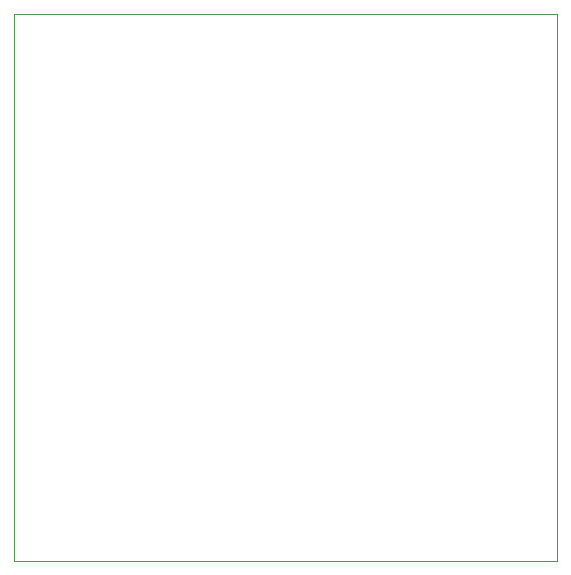
<source format=gbr>
%TF.GenerationSoftware,KiCad,Pcbnew,(6.0.5-0)*%
%TF.CreationDate,2022-06-06T17:24:23+02:00*%
%TF.ProjectId,BlackPanda,426c6163-6b50-4616-9e64-612e6b696361,rev?*%
%TF.SameCoordinates,Original*%
%TF.FileFunction,Profile,NP*%
%FSLAX46Y46*%
G04 Gerber Fmt 4.6, Leading zero omitted, Abs format (unit mm)*
G04 Created by KiCad (PCBNEW (6.0.5-0)) date 2022-06-06 17:24:23*
%MOMM*%
%LPD*%
G01*
G04 APERTURE LIST*
%TA.AperFunction,Profile*%
%ADD10C,0.100000*%
%TD*%
G04 APERTURE END LIST*
D10*
X216630000Y-107465000D02*
X170690000Y-107465000D01*
X170690000Y-107465000D02*
X170690000Y-61195000D01*
X170690000Y-61195000D02*
X216630000Y-61195000D01*
X216630000Y-61195000D02*
X216630000Y-107465000D01*
M02*

</source>
